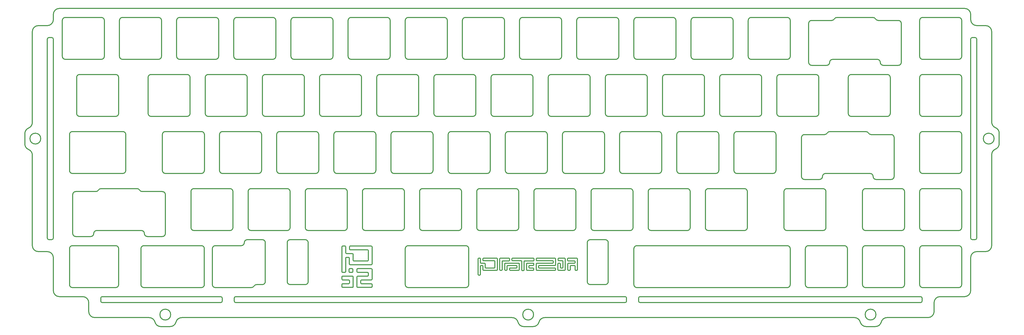
<source format=gbr>
%TF.GenerationSoftware,KiCad,Pcbnew,(5.1.9)-1*%
%TF.CreationDate,2021-02-08T20:19:01+01:00*%
%TF.ProjectId,P.02_ANSI,502e3032-5f41-44e5-9349-2e6b69636164,rev?*%
%TF.SameCoordinates,Original*%
%TF.FileFunction,Profile,NP*%
%FSLAX46Y46*%
G04 Gerber Fmt 4.6, Leading zero omitted, Abs format (unit mm)*
G04 Created by KiCad (PCBNEW (5.1.9)-1) date 2021-02-08 20:19:01*
%MOMM*%
%LPD*%
G01*
G04 APERTURE LIST*
%TA.AperFunction,Profile*%
%ADD10C,0.300000*%
%TD*%
G04 APERTURE END LIST*
D10*
X233487737Y-78486997D02*
X221487731Y-78486653D01*
X221487730Y-78486653D02*
G75*
G02*
X220487759Y-77486624I29J1000000D01*
G01*
X39513205Y-58431440D02*
X39513548Y-46431434D01*
X10937646Y-77480634D02*
X10937989Y-65480627D01*
X52513584Y-45431806D02*
G75*
G02*
X53513556Y-46431834I-28J-1000000D01*
G01*
X7268176Y-102580543D02*
G75*
G02*
X8134187Y-103080567I-28J-1000000D01*
G01*
X-4731830Y-102580199D02*
X7268176Y-102580542D01*
X233488137Y-64486989D02*
G75*
G02*
X234488110Y-65487018I-28J-1000001D01*
G01*
X39513548Y-46431433D02*
G75*
G02*
X40513577Y-45431462I1000000J-29D01*
G01*
X-13170292Y-118579966D02*
G75*
G02*
X-14170264Y-117579938I28J1000000D01*
G01*
X234487767Y-77487025D02*
G75*
G02*
X233487737Y-78486997I-1000001J29D01*
G01*
X62037645Y-78482095D02*
X50037638Y-78481752D01*
X63037673Y-77482123D02*
G75*
G02*
X62037645Y-78482095I-1000000J28D01*
G01*
X52513184Y-59431813D02*
X40513177Y-59431469D01*
X221488131Y-64486646D02*
X233488138Y-64486989D01*
X50038039Y-64481744D02*
X62038045Y-64482088D01*
X268112584Y-84537990D02*
G75*
G02*
X269112612Y-83538018I1000000J-28D01*
G01*
X49037666Y-77481723D02*
X49038009Y-65481716D01*
X-13169863Y-103579959D02*
X-6463911Y-103580150D01*
X24937996Y-65481027D02*
X24937653Y-77481034D01*
X16705752Y-117580821D02*
G75*
G02*
X15705723Y-118580792I-1000000J29D01*
G01*
X9000199Y-103580592D02*
X15706152Y-103580784D01*
X24937654Y-77481034D02*
G75*
G02*
X23937624Y-78481006I-1000001J29D01*
G01*
X220487759Y-77486624D02*
X220488102Y-65486618D01*
X63038017Y-65482117D02*
X63037674Y-77482123D01*
X53513556Y-46431834D02*
X53513213Y-58431841D01*
X269112612Y-83538018D02*
X281112619Y-83538361D01*
X15706152Y-103580785D02*
G75*
G02*
X16706124Y-104580813I-28J-1000000D01*
G01*
X-8170289Y-118580110D02*
X-13170292Y-118579967D01*
X62038045Y-64482087D02*
G75*
G02*
X63038017Y-65482117I-29J-1000001D01*
G01*
X8705777Y-116580591D02*
X-6170231Y-116580166D01*
X-5597871Y-103080174D02*
G75*
G02*
X-4731830Y-102580199I866012J-500026D01*
G01*
X-14169892Y-104579930D02*
G75*
G02*
X-13169863Y-103579959I1000000J-29D01*
G01*
X9000198Y-103580592D02*
G75*
G02*
X8134187Y-103080567I29J1000000D01*
G01*
X-5597871Y-103080175D02*
G75*
G02*
X-6463911Y-103580150I-866011J500025D01*
G01*
X-14170264Y-117579938D02*
X-14169892Y-104579931D01*
X50037638Y-78481753D02*
G75*
G02*
X49037666Y-77481723I29J1000001D01*
G01*
X11937618Y-78480662D02*
G75*
G02*
X10937646Y-77480634I28J1000000D01*
G01*
X40513176Y-59431469D02*
G75*
G02*
X39513205Y-58431440I29J1000000D01*
G01*
X40513577Y-45431462D02*
X52513585Y-45431805D01*
X268112240Y-96537996D02*
X268112583Y-84537990D01*
X11938018Y-64480655D02*
X23938025Y-64480998D01*
X-7170260Y-117580137D02*
G75*
G02*
X-6170231Y-116580166I1000000J-29D01*
G01*
X282112591Y-84538390D02*
X282112248Y-96538396D01*
X49038009Y-65481716D02*
G75*
G02*
X50038039Y-64481744I1000001J-29D01*
G01*
X10705720Y-118580649D02*
G75*
G02*
X9705749Y-117580620I29J1000000D01*
G01*
X10937988Y-65480627D02*
G75*
G02*
X11938018Y-64480655I1000001J-29D01*
G01*
X234488110Y-65487018D02*
X234487766Y-77487025D01*
X53513214Y-58431841D02*
G75*
G02*
X52513184Y-59431813I-1000001J29D01*
G01*
X15705723Y-118580792D02*
X10705721Y-118580649D01*
X8705776Y-116580591D02*
G75*
G02*
X9705749Y-117580620I-28J-1000001D01*
G01*
X16706124Y-104580813D02*
X16705753Y-117580820D01*
X-7170260Y-117580137D02*
G75*
G02*
X-8170289Y-118580110I-1000001J28D01*
G01*
X220488103Y-65486618D02*
G75*
G02*
X221488131Y-64486646I1000000J-28D01*
G01*
X281112619Y-83538360D02*
G75*
G02*
X282112591Y-84538390I-29J-1000001D01*
G01*
X23938024Y-64480999D02*
G75*
G02*
X24937996Y-65481027I-28J-1000000D01*
G01*
X23937624Y-78481006D02*
X11937618Y-78480663D01*
X69088049Y-64482289D02*
X81088055Y-64482632D01*
X262061119Y-135637844D02*
X250061112Y-135637501D01*
X263061491Y-122637866D02*
X263061148Y-134637872D01*
X249061141Y-134637472D02*
X249061484Y-122637466D01*
X91613577Y-46432923D02*
X91613234Y-58432930D01*
X2505818Y-97530404D02*
X-14256691Y-97529924D01*
X268111151Y-134638017D02*
X268111494Y-122638010D01*
X268111493Y-122638010D02*
G75*
G02*
X269111523Y-121638038I1000001J-29D01*
G01*
X81087655Y-78482640D02*
X69087649Y-78482297D01*
X68088019Y-65482261D02*
G75*
G02*
X69088049Y-64482289I1000001J-29D01*
G01*
X85849613Y-97532786D02*
X73849607Y-97532443D01*
X77613226Y-58432530D02*
X77613569Y-46432523D01*
X90613605Y-45432895D02*
G75*
G02*
X91613577Y-46432923I-28J-1000000D01*
G01*
X269111123Y-135638045D02*
G75*
G02*
X268111151Y-134638017I28J1000000D01*
G01*
X281111129Y-135638389D02*
X269111123Y-135638046D01*
X282111159Y-134638417D02*
G75*
G02*
X281111129Y-135638389I-1000001J29D01*
G01*
X282111501Y-122638410D02*
X282111158Y-134638417D01*
X269111523Y-121638038D02*
X281111529Y-121638381D01*
X78613199Y-59432559D02*
G75*
G02*
X77613226Y-58432530I28J1000001D01*
G01*
X64324056Y-116582181D02*
G75*
G02*
X63324085Y-115582152I29J1000000D01*
G01*
X90613205Y-59432902D02*
X78613198Y-59432559D01*
X78613599Y-45432551D02*
X90613605Y-45432894D01*
X2506219Y-83530396D02*
G75*
G02*
X3506190Y-84530425I-29J-1000000D01*
G01*
X82087685Y-77482668D02*
G75*
G02*
X81087655Y-78482640I-1000001J29D01*
G01*
X82088027Y-65482661D02*
X82087684Y-77482668D01*
X-14256291Y-83529917D02*
X2506218Y-83530396D01*
X72849978Y-84532407D02*
G75*
G02*
X73850007Y-83532436I1000000J-29D01*
G01*
X73850007Y-83532436D02*
X85850013Y-83532779D01*
X-14256691Y-97529925D02*
G75*
G02*
X-15256663Y-96529895I29J1000001D01*
G01*
X72849635Y-96532414D02*
X72849978Y-84532407D01*
X149049676Y-96534592D02*
X149050019Y-84534586D01*
X150050048Y-83534614D02*
X162050054Y-83534957D01*
X-15256319Y-84529889D02*
G75*
G02*
X-14256291Y-83529917I1000000J-28D01*
G01*
X63324429Y-103582146D02*
G75*
G02*
X64324457Y-102582174I1000000J-28D01*
G01*
X73849606Y-97532443D02*
G75*
G02*
X72849635Y-96532414I29J1000000D01*
G01*
X163049684Y-96534993D02*
G75*
G02*
X162049654Y-97534965I-1000001J29D01*
G01*
X250061112Y-135637501D02*
G75*
G02*
X249061141Y-134637472I29J1000000D01*
G01*
X-15256663Y-96529895D02*
X-15256320Y-84529889D01*
X262061520Y-121637837D02*
G75*
G02*
X263061491Y-122637866I-29J-1000000D01*
G01*
X281111529Y-121638382D02*
G75*
G02*
X282111501Y-122638410I-28J-1000000D01*
G01*
X91613234Y-58432929D02*
G75*
G02*
X90613205Y-59432902I-1000001J28D01*
G01*
X64324457Y-102582174D02*
X76324463Y-102582517D01*
X249061484Y-122637465D02*
G75*
G02*
X250061513Y-121637494I1000000J-29D01*
G01*
X162049654Y-97534965D02*
X150049648Y-97534621D01*
X86849642Y-96532815D02*
G75*
G02*
X85849613Y-97532786I-1000000J29D01*
G01*
X85850014Y-83532779D02*
G75*
G02*
X86849985Y-84532808I-29J-1000000D01*
G01*
X86849985Y-84532808D02*
X86849642Y-96532814D01*
X69087649Y-78482296D02*
G75*
G02*
X68087677Y-77482268I28J1000000D01*
G01*
X68087677Y-77482268D02*
X68088020Y-65482261D01*
X76324463Y-102582515D02*
G75*
G02*
X77324436Y-103582546I-29J-1000002D01*
G01*
X3506190Y-84530425D02*
X3505847Y-96530432D01*
X162050054Y-83534958D02*
G75*
G02*
X163050026Y-84534986I-28J-1000000D01*
G01*
X150049647Y-97534621D02*
G75*
G02*
X149049676Y-96534592I29J1000000D01*
G01*
X269112212Y-97538026D02*
G75*
G02*
X268112240Y-96537996I29J1000001D01*
G01*
X281112218Y-97538368D02*
X269112212Y-97538025D01*
X263061148Y-134637873D02*
G75*
G02*
X262061119Y-135637844I-1000000J29D01*
G01*
X250061513Y-121637494D02*
X262061519Y-121637837D01*
X3505848Y-96530432D02*
G75*
G02*
X2505818Y-97530404I-1000001J29D01*
G01*
X77613569Y-46432523D02*
G75*
G02*
X78613599Y-45432551I1000001J-29D01*
G01*
X163050026Y-84534986D02*
X163049683Y-96534993D01*
X149050019Y-84534585D02*
G75*
G02*
X150050048Y-83534614I1000000J-29D01*
G01*
X282112247Y-96538397D02*
G75*
G02*
X281112218Y-97538368I-1000000J29D01*
G01*
X63324085Y-115582152D02*
X63324428Y-103582145D01*
X81088055Y-64482633D02*
G75*
G02*
X82088027Y-65482661I-28J-1000000D01*
G01*
X251593953Y-97537524D02*
X236717944Y-97537099D01*
X57274453Y-102581973D02*
G75*
G02*
X58274425Y-103582001I-28J-1000000D01*
G01*
X238156346Y-83537133D02*
X250156352Y-83537476D01*
X45274447Y-102581629D02*
X57274453Y-102581972D01*
X44274418Y-103581600D02*
G75*
G02*
X45274447Y-102581629I1000000J-29D01*
G01*
X254270714Y-46437572D02*
G75*
G02*
X253404704Y-45937548I29J999999D01*
G01*
X260976240Y-61437773D02*
X255976237Y-61437630D01*
X44274075Y-115581607D02*
X44274418Y-103581601D01*
X258594328Y-84537717D02*
G75*
G02*
X259594300Y-85537747I-29J-1000001D01*
G01*
X258593899Y-99537726D02*
X253593896Y-99537583D01*
X232100225Y-61436948D02*
G75*
G02*
X231100252Y-60436919I28J1000001D01*
G01*
X239672645Y-45937156D02*
G75*
G02*
X238806605Y-46437131I-866011J500025D01*
G01*
X253976293Y-59437571D02*
G75*
G02*
X254976265Y-60437601I-29J-1000001D01*
G01*
X238100256Y-60437118D02*
G75*
G02*
X239100285Y-59437147I1000000J-29D01*
G01*
X260976668Y-46437766D02*
G75*
G02*
X261976640Y-47437794I-28J-1000000D01*
G01*
X231100624Y-47436911D02*
G75*
G02*
X232100653Y-46436940I1000000J-29D01*
G01*
X45274046Y-116581636D02*
G75*
G02*
X44274075Y-115581607I29J1000000D01*
G01*
X228718283Y-85536865D02*
G75*
G02*
X229718312Y-84536892I1000001J-28D01*
G01*
X123950034Y-83533867D02*
G75*
G02*
X124950006Y-84533897I-29J-1000001D01*
G01*
X235717915Y-98537072D02*
G75*
G02*
X236717944Y-97537099I1000001J-28D01*
G01*
X253593897Y-99537583D02*
G75*
G02*
X252593924Y-98537554I28J1000001D01*
G01*
X252538692Y-45437523D02*
G75*
G02*
X253404704Y-45937548I-28J-1000001D01*
G01*
X261976268Y-60437801D02*
G75*
G02*
X260976240Y-61437773I-1000000J28D01*
G01*
X57274053Y-116581980D02*
X45274047Y-116581636D01*
X237100227Y-61437091D02*
X232100224Y-61436948D01*
X232100653Y-46436940D02*
X238806605Y-46437131D01*
X124949662Y-96533903D02*
G75*
G02*
X123949634Y-97533875I-1000000J28D01*
G01*
X259594300Y-85537747D02*
X259593928Y-98537754D01*
X238100256Y-60437118D02*
G75*
G02*
X237100227Y-61437091I-1000001J28D01*
G01*
X123949634Y-97533875D02*
X111949627Y-97533532D01*
X251593953Y-97537525D02*
G75*
G02*
X252593924Y-98537554I-29J-1000000D01*
G01*
X111949627Y-97533533D02*
G75*
G02*
X110949655Y-96533503I29J1000001D01*
G01*
X251888375Y-84537526D02*
G75*
G02*
X251022363Y-84037501I28J1000001D01*
G01*
X231100252Y-60436919D02*
X231100624Y-47436912D01*
X29987656Y-77481178D02*
X29987999Y-65481172D01*
X58274083Y-115582008D02*
G75*
G02*
X57274053Y-116581980I-1000001J29D01*
G01*
X110949655Y-96533503D02*
X110949998Y-84533497D01*
X234717886Y-99537043D02*
X229717884Y-99536900D01*
X251888374Y-84537525D02*
X258594328Y-84537718D01*
X237290306Y-84037108D02*
G75*
G02*
X238156346Y-83537133I866011J-500025D01*
G01*
X228717912Y-98536871D02*
X228718283Y-85536864D01*
X259593929Y-98537754D02*
G75*
G02*
X258593899Y-99537726I-1000001J29D01*
G01*
X255976237Y-61437631D02*
G75*
G02*
X254976265Y-60437601I29J1000001D01*
G01*
X110949999Y-84533497D02*
G75*
G02*
X111950027Y-83533525I1000000J-28D01*
G01*
X111950027Y-83533525D02*
X123950034Y-83533868D01*
X254270715Y-46437573D02*
X260976668Y-46437765D01*
X235717915Y-98537072D02*
G75*
G02*
X234717886Y-99537043I-1000000J29D01*
G01*
X261976640Y-47437794D02*
X261976269Y-60437801D01*
X58274425Y-103582001D02*
X58274082Y-115582008D01*
X124950006Y-84533897D02*
X124949663Y-96533903D01*
X250156352Y-83537476D02*
G75*
G02*
X251022363Y-84037501I-29J-1000000D01*
G01*
X240538686Y-45437180D02*
X252538692Y-45437524D01*
X237290306Y-84037109D02*
G75*
G02*
X236424265Y-84537084I-866012J500026D01*
G01*
X229718312Y-84536892D02*
X236424265Y-84537084D01*
X239672645Y-45937155D02*
G75*
G02*
X240538686Y-45437180I866012J-500026D01*
G01*
X253976293Y-59437572D02*
X239100285Y-59437147D01*
X43987664Y-77481578D02*
G75*
G02*
X42987635Y-78481551I-1000001J28D01*
G01*
X30987628Y-78481208D02*
G75*
G02*
X29987656Y-77481178I29J1000001D01*
G01*
X42987635Y-78481551D02*
X30987628Y-78481207D01*
X263062036Y-103587856D02*
X263061693Y-115587862D01*
X210674164Y-115586365D02*
G75*
G02*
X209674135Y-116586336I-1000000J29D01*
G01*
X196674157Y-115585964D02*
X196674500Y-103585958D01*
X282113135Y-65488380D02*
X282112792Y-77488386D01*
X145287689Y-78484475D02*
G75*
G02*
X144287718Y-77484446I29J1000000D01*
G01*
X223961499Y-121636747D02*
G75*
G02*
X224961471Y-122636777I-29J-1000001D01*
G01*
X173861472Y-121635315D02*
X223961499Y-121636748D01*
X224963649Y-46436736D02*
X224963306Y-58436742D01*
X223963677Y-45436706D02*
G75*
G02*
X224963649Y-46436736I-29J-1000001D01*
G01*
X157287696Y-78484818D02*
X145287690Y-78484475D01*
X281113164Y-64488351D02*
G75*
G02*
X282113135Y-65488380I-29J-1000000D01*
G01*
X209674536Y-102586329D02*
G75*
G02*
X210674507Y-103586358I-29J-1000000D01*
G01*
X210963298Y-58436342D02*
X210963641Y-46436335D01*
X262061664Y-116587834D02*
X250061657Y-116587491D01*
X281112763Y-78488358D02*
X269112757Y-78488015D01*
X196674500Y-103585957D02*
G75*
G02*
X197674529Y-102585986I1000000J-29D01*
G01*
X211963271Y-59436371D02*
G75*
G02*
X210963298Y-58436342I28J1000001D01*
G01*
X210963641Y-46436335D02*
G75*
G02*
X211963671Y-45436363I1000001J-29D01*
G01*
X269112757Y-78488014D02*
G75*
G02*
X268112785Y-77487986I28J1000000D01*
G01*
X269113157Y-64488007D02*
X281113163Y-64488350D01*
X172861442Y-122635287D02*
G75*
G02*
X173861472Y-121635315I1000001J-29D01*
G01*
X158287725Y-77484847D02*
G75*
G02*
X157287696Y-78484818I-1000000J29D01*
G01*
X173861072Y-135635323D02*
G75*
G02*
X172861099Y-134635294I28J1000001D01*
G01*
X211963671Y-45436363D02*
X223963677Y-45436706D01*
X224963306Y-58436741D02*
G75*
G02*
X223963277Y-59436714I-1000001J28D01*
G01*
X144288061Y-65484439D02*
G75*
G02*
X145288090Y-64484468I1000000J-29D01*
G01*
X250061658Y-116587491D02*
G75*
G02*
X249061685Y-115587462I28J1000001D01*
G01*
X145288090Y-64484468D02*
X157288096Y-64484811D01*
X88137659Y-78482842D02*
G75*
G02*
X87137687Y-77482812I29J1000001D01*
G01*
X100137665Y-78483184D02*
X88137659Y-78482841D01*
X210674507Y-103586358D02*
X210674164Y-115586364D01*
X223963277Y-59436714D02*
X211963270Y-59436371D01*
X144287718Y-77484446D02*
X144288061Y-65484439D01*
X197674128Y-116585993D02*
G75*
G02*
X196674157Y-115585964I29J1000000D01*
G01*
X282112793Y-77488386D02*
G75*
G02*
X281112763Y-78488358I-1000001J29D01*
G01*
X224961471Y-122636777D02*
X224961128Y-134636783D01*
X268113127Y-65487979D02*
G75*
G02*
X269113157Y-64488007I1000001J-29D01*
G01*
X101137694Y-77483213D02*
G75*
G02*
X100137665Y-78483184I-1000000J29D01*
G01*
X263061693Y-115587861D02*
G75*
G02*
X262061664Y-116587834I-1000001J28D01*
G01*
X209674135Y-116586336D02*
X197674129Y-116585993D01*
X223961098Y-135636755D02*
X173861071Y-135635323D01*
X157288097Y-64484811D02*
G75*
G02*
X158288068Y-65484840I-29J-1000000D01*
G01*
X262062064Y-102587826D02*
G75*
G02*
X263062036Y-103587856I-29J-1000001D01*
G01*
X197674529Y-102585986D02*
X209674536Y-102586329D01*
X250062057Y-102587483D02*
X262062064Y-102587826D01*
X172861099Y-134635294D02*
X172861442Y-122635287D01*
X224961127Y-134636784D02*
G75*
G02*
X223961098Y-135636755I-1000000J29D01*
G01*
X249062028Y-103587456D02*
G75*
G02*
X250062057Y-102587483I1000001J-28D01*
G01*
X158288068Y-65484840D02*
X158287725Y-77484846D01*
X268112785Y-77487986D02*
X268113128Y-65487979D01*
X249061685Y-115587462D02*
X249062028Y-103587455D01*
X33367245Y-135631306D02*
G75*
G02*
X32367274Y-134631277I29J1000000D01*
G01*
X172863278Y-58435253D02*
X172863621Y-46435246D01*
X185863256Y-59435625D02*
X173863250Y-59435282D01*
X186863286Y-58435653D02*
G75*
G02*
X185863256Y-59435625I-1000001J29D01*
G01*
X191913632Y-46435791D02*
G75*
G02*
X192913660Y-45435819I1000000J-28D01*
G01*
X123878Y-121630348D02*
G75*
G02*
X1123850Y-122630378I-29J-1000001D01*
G01*
X223868293Y-102586735D02*
X235868300Y-102587078D01*
X235867899Y-116587085D02*
X223867893Y-116586742D01*
X196388089Y-65485929D02*
X196387746Y-77485935D01*
X183388111Y-64485557D02*
X195388117Y-64485900D01*
X1123507Y-134630383D02*
G75*
G02*
X123478Y-135630356I-1000001J28D01*
G01*
X129713255Y-58434019D02*
G75*
G02*
X128713225Y-59433991I-1000001J29D01*
G01*
X214438127Y-64486445D02*
G75*
G02*
X215438099Y-65486473I-28J-1000000D01*
G01*
X202438121Y-64486101D02*
X214438127Y-64486444D01*
X201438091Y-65486073D02*
G75*
G02*
X202438121Y-64486101I1000001J-29D01*
G01*
X201437749Y-77486080D02*
X201438092Y-65486073D01*
X77324091Y-115582553D02*
G75*
G02*
X76324062Y-116582524I-1000000J29D01*
G01*
X202437721Y-78486108D02*
G75*
G02*
X201437749Y-77486080I28J1000000D01*
G01*
X214437727Y-78486452D02*
X202437721Y-78486109D01*
X129713598Y-46434013D02*
X129713255Y-58434019D01*
X46233292Y-135131674D02*
G75*
G02*
X45367252Y-135631649I-866011J500025D01*
G01*
X204913267Y-59436169D02*
X192913260Y-59435826D01*
X115713247Y-58433619D02*
X115713590Y-46433612D01*
X215437757Y-77486480D02*
G75*
G02*
X214437727Y-78486452I-1000001J29D01*
G01*
X196387745Y-77485935D02*
G75*
G02*
X195387717Y-78485907I-1000000J28D01*
G01*
X183387710Y-78485565D02*
G75*
G02*
X182387738Y-77485535I29J1000001D01*
G01*
X215438099Y-65486473D02*
X215437756Y-77486480D01*
X172863620Y-46435246D02*
G75*
G02*
X173863650Y-45435274I1000001J-29D01*
G01*
X128713626Y-45433983D02*
G75*
G02*
X129713598Y-46434013I-29J-1000001D01*
G01*
X46233291Y-135131673D02*
G75*
G02*
X47099332Y-134631698I866012J-500026D01*
G01*
X205913639Y-46436191D02*
X205913296Y-58436197D01*
X1123850Y-122630378D02*
X1123507Y-134630384D01*
X43011429Y-120631574D02*
G75*
G02*
X44011459Y-119631602I1000001J-29D01*
G01*
X33367646Y-121631299D02*
X42011400Y-121631546D01*
X222868265Y-103586707D02*
G75*
G02*
X223868293Y-102586735I1000000J-28D01*
G01*
X192913660Y-45435819D02*
X204913667Y-45436162D01*
X-14257780Y-135629944D02*
G75*
G02*
X-15257752Y-134629916I28J1000000D01*
G01*
X222867921Y-115586713D02*
X222868264Y-103586707D01*
X192913260Y-59435827D02*
G75*
G02*
X191913288Y-58435797I29J1000001D01*
G01*
X195388117Y-64485899D02*
G75*
G02*
X196388089Y-65485929I-29J-1000001D01*
G01*
X-14257380Y-121629937D02*
X123878Y-121630348D01*
X116713619Y-45433640D02*
X128713626Y-45433983D01*
X-15257752Y-134629916D02*
X-15257409Y-122629909D01*
X123478Y-135630356D02*
X-14257780Y-135629945D01*
X235868300Y-102587077D02*
G75*
G02*
X236868272Y-103587107I-29J-1000001D01*
G01*
X115713590Y-46433613D02*
G75*
G02*
X116713619Y-45433640I1000001J-28D01*
G01*
X182388082Y-65485528D02*
G75*
G02*
X183388111Y-64485557I1000000J-29D01*
G01*
X236867928Y-115587114D02*
G75*
G02*
X235867899Y-116587085I-1000000J29D01*
G01*
X173863250Y-59435281D02*
G75*
G02*
X172863278Y-58435253I28J1000000D01*
G01*
X204913667Y-45436161D02*
G75*
G02*
X205913639Y-46436191I-29J-1000001D01*
G01*
X76324062Y-116582524D02*
X64324057Y-116582181D01*
X185863656Y-45435618D02*
G75*
G02*
X186863628Y-46435646I-28J-1000000D01*
G01*
X-15257409Y-122629910D02*
G75*
G02*
X-14257380Y-121629937I1000001J-28D01*
G01*
X205913295Y-58436197D02*
G75*
G02*
X204913267Y-59436169I-1000000J28D01*
G01*
X182387738Y-77485535D02*
X182388081Y-65485529D01*
X223867893Y-116586743D02*
G75*
G02*
X222867921Y-115586713I29J1000001D01*
G01*
X77324436Y-103582546D02*
X77324091Y-115582552D01*
X195387717Y-78485907D02*
X183387710Y-78485564D01*
X236868272Y-103587107D02*
X236867929Y-115587113D01*
X173863650Y-45435274D02*
X185863656Y-45435617D01*
X191913288Y-58435797D02*
X191913631Y-46435791D01*
X128713225Y-59433991D02*
X116713219Y-59433648D01*
X186863628Y-46435646D02*
X186863285Y-58435653D01*
X116713220Y-59433648D02*
G75*
G02*
X115713247Y-58433619I28J1000001D01*
G01*
X29699611Y-96531181D02*
G75*
G02*
X28699582Y-97531152I-1000000J29D01*
G01*
X269113701Y-45437997D02*
X281113708Y-45438340D01*
X268113329Y-58437976D02*
X268113672Y-46437969D01*
X282113680Y-46438369D02*
X282113337Y-58438376D01*
X152524104Y-116584703D02*
X140524098Y-116584359D01*
X268113672Y-46437970D02*
G75*
G02*
X269113701Y-45437997I1000001J-28D01*
G01*
X28699582Y-97531152D02*
X16699576Y-97530809D01*
X43011430Y-120631574D02*
G75*
G02*
X42011400Y-121631546I-1000001J29D01*
G01*
X121474088Y-116583814D02*
G75*
G02*
X120474116Y-115583786I28J1000000D01*
G01*
X29699954Y-84531174D02*
X29699611Y-96531180D01*
X28699983Y-83531145D02*
G75*
G02*
X29699954Y-84531174I-29J-1000000D01*
G01*
X282113337Y-58438375D02*
G75*
G02*
X281113308Y-59438348I-1000001J28D01*
G01*
X133474494Y-102584151D02*
G75*
G02*
X134474466Y-103584179I-28J-1000000D01*
G01*
X16699976Y-83530802D02*
X28699982Y-83531145D01*
X15699947Y-84530773D02*
G75*
G02*
X16699976Y-83530802I1000000J-29D01*
G01*
X115424456Y-103583635D02*
X115424113Y-115583641D01*
X15699604Y-96530780D02*
X15699947Y-84530774D01*
X71563195Y-59432357D02*
X59563188Y-59432014D01*
X16699575Y-97530809D02*
G75*
G02*
X15699604Y-96530780I29J1000000D01*
G01*
X281113308Y-59438348D02*
X269113301Y-59438005D01*
X153524477Y-103584724D02*
X153524134Y-115584731D01*
X49011462Y-119631745D02*
G75*
G02*
X50011433Y-120631774I-29J-1000000D01*
G01*
X49011033Y-134631753D02*
X47099332Y-134631698D01*
X152524504Y-102584695D02*
G75*
G02*
X153524477Y-103584724I-28J-1000001D01*
G01*
X140524498Y-102584352D02*
X152524505Y-102584695D01*
X115424112Y-115583641D02*
G75*
G02*
X114424084Y-116583613I-1000000J28D01*
G01*
X102424478Y-102583263D02*
X114424484Y-102583606D01*
X101424105Y-115583241D02*
X101424449Y-103583235D01*
X72563223Y-58432385D02*
G75*
G02*
X71563195Y-59432357I-1000000J28D01*
G01*
X121474488Y-102583807D02*
X133474494Y-102584150D01*
X32367617Y-122631270D02*
G75*
G02*
X33367646Y-121631299I1000000J-29D01*
G01*
X50011061Y-133631781D02*
G75*
G02*
X49011033Y-134631753I-1000000J28D01*
G01*
X133474094Y-116584158D02*
X121474088Y-116583815D01*
X140524098Y-116584360D02*
G75*
G02*
X139524126Y-115584330I29J1000001D01*
G01*
X282112046Y-103588400D02*
X282111703Y-115588407D01*
X269112068Y-102588028D02*
X281112074Y-102588371D01*
X268111695Y-115588006D02*
X268112038Y-103588000D01*
X59563588Y-45432007D02*
X71563595Y-45432350D01*
X44011459Y-119631602D02*
X49011461Y-119631745D01*
X58563216Y-58431985D02*
X58563559Y-46431978D01*
X120474116Y-115583786D02*
X120474459Y-103583779D01*
X50011433Y-120631774D02*
X50011062Y-133631781D01*
X32367274Y-134631277D02*
X32367617Y-122631271D01*
X269113302Y-59438005D02*
G75*
G02*
X268113329Y-58437976I28J1000001D01*
G01*
X153524134Y-115584731D02*
G75*
G02*
X152524104Y-116584703I-1000001J29D01*
G01*
X281113707Y-45438340D02*
G75*
G02*
X282113680Y-46438369I-28J-1000001D01*
G01*
X72563567Y-46432379D02*
X72563224Y-58432385D01*
X45367252Y-135631649D02*
X33367246Y-135631306D01*
X139524470Y-103584324D02*
G75*
G02*
X140524498Y-102584352I1000000J-28D01*
G01*
X58563560Y-46431979D02*
G75*
G02*
X59563588Y-45432007I1000000J-28D01*
G01*
X134474466Y-103584179D02*
X134474123Y-115584186D01*
X114424084Y-116583613D02*
X102424077Y-116583270D01*
X139524126Y-115584330D02*
X139524469Y-103584324D01*
X120474458Y-103583779D02*
G75*
G02*
X121474488Y-102583807I1000001J-29D01*
G01*
X71563595Y-45432349D02*
G75*
G02*
X72563567Y-46432379I-29J-1000001D01*
G01*
X268112038Y-103588000D02*
G75*
G02*
X269112068Y-102588028I1000001J-29D01*
G01*
X101424449Y-103583234D02*
G75*
G02*
X102424478Y-102583263I1000000J-29D01*
G01*
X282111703Y-115588406D02*
G75*
G02*
X281111674Y-116588379I-1000001J28D01*
G01*
X281112073Y-102588371D02*
G75*
G02*
X282112046Y-103588400I-28J-1000001D01*
G01*
X114424485Y-102583606D02*
G75*
G02*
X115424456Y-103583635I-29J-1000000D01*
G01*
X269111667Y-116588036D02*
G75*
G02*
X268111695Y-115588006I29J1000001D01*
G01*
X59563188Y-59432015D02*
G75*
G02*
X58563216Y-58431985I29J1000001D01*
G01*
X281111674Y-116588379D02*
X269111667Y-116588036D01*
X102424077Y-116583271D02*
G75*
G02*
X101424105Y-115583241I29J1000001D01*
G01*
X1413185Y-58430351D02*
X1413528Y-46430345D01*
X158311092Y-134634877D02*
G75*
G02*
X157311120Y-133634849I28J1000000D01*
G01*
X157311492Y-120634842D02*
G75*
G02*
X158311520Y-119634870I1000000J-28D01*
G01*
X163311523Y-119635013D02*
X158311520Y-119634870D01*
X116805190Y-121633684D02*
G75*
G02*
X117805163Y-122633713I-28J-1000001D01*
G01*
X172574487Y-103585269D02*
X172574144Y-115585275D01*
X292914942Y-85890880D02*
G75*
G03*
X292914942Y-85890880I-1800000J0D01*
G01*
X40158805Y-138643048D02*
X169912399Y-138643048D01*
X116804791Y-135633692D02*
X97661030Y-135633144D01*
X96374103Y-115583096D02*
G75*
G02*
X95374074Y-116583069I-1000001J28D01*
G01*
X83374068Y-116582726D02*
G75*
G02*
X82374095Y-115582697I28J1000001D01*
G01*
X171574115Y-116585247D02*
X159574108Y-116584904D01*
X134474124Y-115584186D02*
G75*
G02*
X133474094Y-116584158I-1000001J29D01*
G01*
X154813239Y-59434737D02*
G75*
G02*
X153813268Y-58434708I29J1000000D01*
G01*
X166813246Y-59435080D02*
X154813240Y-59434737D01*
X167813275Y-58435109D02*
G75*
G02*
X166813246Y-59435080I-1000000J29D01*
G01*
X153813268Y-58434708D02*
X153813611Y-46434701D01*
X167813618Y-46435102D02*
X167813275Y-58435108D01*
X166813647Y-45435073D02*
G75*
G02*
X167813618Y-46435102I-29J-1000000D01*
G01*
X96661402Y-122633109D02*
G75*
G02*
X97661430Y-121633137I1000000J-28D01*
G01*
X-24837901Y-85890880D02*
G75*
G03*
X-24837901Y-85890880I-1800000J0D01*
G01*
X14413564Y-45430715D02*
G75*
G02*
X15413536Y-46430745I-29J-1000001D01*
G01*
X285113274Y-52666673D02*
G75*
G02*
X285613274Y-52166687I500000J-14D01*
G01*
X154813640Y-45434730D02*
X166813646Y-45435073D01*
X82374095Y-115582697D02*
X82374438Y-103582690D01*
X83374467Y-102582718D02*
X95374474Y-102583061D01*
X97661430Y-121633137D02*
X116805191Y-121633684D01*
X170412399Y-139143048D02*
X170412399Y-140148939D01*
X96661058Y-134633115D02*
X96661401Y-122633109D01*
X40158805Y-140648939D02*
G75*
G02*
X39658805Y-140148939I0J500000D01*
G01*
X97661030Y-135633145D02*
G75*
G02*
X96661058Y-134633115I29J1000001D01*
G01*
X95374473Y-102583061D02*
G75*
G02*
X96374446Y-103583090I-28J-1000001D01*
G01*
X172574143Y-115585275D02*
G75*
G02*
X171574115Y-116585247I-1000000J28D01*
G01*
X2413157Y-59430381D02*
G75*
G02*
X1413185Y-58430351I29J1000001D01*
G01*
X139413735Y-144649835D02*
G75*
G03*
X139413735Y-144649835I-1800000J0D01*
G01*
X117805163Y-122633713D02*
X117804820Y-134633720D01*
X158574136Y-115584875D02*
X158574479Y-103584868D01*
X253535644Y-144642812D02*
G75*
G03*
X253535644Y-144642812I-1800000J0D01*
G01*
X15413536Y-46430745D02*
X15413193Y-58430751D01*
X95374074Y-116583069D02*
X83374067Y-116582726D01*
X171574515Y-102585239D02*
G75*
G02*
X172574487Y-103585269I-29J-1000001D01*
G01*
X164311124Y-133635049D02*
G75*
G02*
X163311094Y-134635021I-1000001J29D01*
G01*
X158574480Y-103584868D02*
G75*
G02*
X159574509Y-102584897I1000000J-29D01*
G01*
X159574108Y-116584905D02*
G75*
G02*
X158574136Y-115584875I29J1000001D01*
G01*
X18471996Y-144650730D02*
G75*
G03*
X18471996Y-144650730I-1800000J0D01*
G01*
X158311092Y-134634878D02*
X163311094Y-134635021D01*
X96374446Y-103583090D02*
X96374103Y-115583097D01*
X39658805Y-139143048D02*
G75*
G02*
X40158805Y-138643048I500000J0D01*
G01*
X157311491Y-120634842D02*
X157311120Y-133634849D01*
X117804820Y-134633719D02*
G75*
G02*
X116804791Y-135633692I-1000001J28D01*
G01*
X1413529Y-46430344D02*
G75*
G02*
X2413558Y-45430373I1000000J-29D01*
G01*
X169912399Y-140648939D02*
X40158805Y-140648939D01*
X159574509Y-102584897D02*
X171574515Y-102585240D01*
X2413558Y-45430373D02*
X14413564Y-45430716D01*
X14413164Y-59430723D02*
X2413157Y-59430380D01*
X169912399Y-138643048D02*
G75*
G02*
X170412399Y-139143048I0J-500000D01*
G01*
X164311123Y-133635049D02*
X164311495Y-120635042D01*
X82374438Y-103582691D02*
G75*
G02*
X83374467Y-102582718I1000001J-28D01*
G01*
X39658805Y-140148939D02*
X39658805Y-139143048D01*
X170412399Y-140148939D02*
G75*
G02*
X169912399Y-140648939I-500000J0D01*
G01*
X153813611Y-46434701D02*
G75*
G02*
X154813640Y-45434730I1000000J-29D01*
G01*
X15413192Y-58430751D02*
G75*
G02*
X14413164Y-59430723I-1000000J28D01*
G01*
X163311524Y-119635013D02*
G75*
G02*
X164311495Y-120635042I-29J-1000000D01*
G01*
X285111375Y-119115058D02*
X285113274Y-52666673D01*
X-4340419Y-138650535D02*
X35158896Y-138648822D01*
X35158896Y-138648822D02*
G75*
G02*
X35658918Y-139148822I22J-500000D01*
G01*
X-22637901Y-52666687D02*
G75*
G02*
X-22137901Y-52166687I500000J0D01*
G01*
X-20638718Y-119115086D02*
G75*
G02*
X-21138718Y-119615072I-500000J14D01*
G01*
X58304788Y-134632018D02*
G75*
G02*
X57304816Y-133631990I28J1000000D01*
G01*
X-22137901Y-52166687D02*
X-21136818Y-52166687D01*
X285611375Y-119615072D02*
G75*
G02*
X285111375Y-119115058I0J500000D01*
G01*
X141109724Y-128443617D02*
G75*
G02*
X141267509Y-128275975I167642J290D01*
G01*
X286614942Y-119615072D02*
X285611375Y-119615072D01*
X287114942Y-119115072D02*
G75*
G02*
X286614942Y-119615072I-500000J0D01*
G01*
X287114942Y-52666687D02*
X287114942Y-119115072D01*
X-21138718Y-119615072D02*
X-22137901Y-119615072D01*
X131238513Y-125850082D02*
G75*
G02*
X131406154Y-126007864I288J-167643D01*
G01*
X286614942Y-52166687D02*
G75*
G02*
X287114942Y-52666687I0J-500000D01*
G01*
X285613274Y-52166687D02*
X286614942Y-52166687D01*
X140458878Y-129893236D02*
X146612359Y-129893236D01*
X-4840398Y-139150534D02*
G75*
G02*
X-4340419Y-138650535I500000J-1D01*
G01*
X128329413Y-129893236D02*
G75*
G02*
X128161772Y-129725593I9604J177245D01*
G01*
X-4840398Y-140150730D02*
X-4840398Y-139150535D01*
X-4340398Y-140650730D02*
G75*
G02*
X-4840398Y-140150730I0J500000D01*
G01*
X146770145Y-128118194D02*
G75*
G02*
X146612359Y-128275975I-157782J1D01*
G01*
X35158918Y-140650730D02*
X-4340398Y-140650730D01*
X35658918Y-140150730D02*
G75*
G02*
X35158918Y-140650730I-500000J0D01*
G01*
X141267509Y-128275975D02*
X146612359Y-128275975D01*
X-21136817Y-52166687D02*
G75*
G02*
X-20636818Y-52666702I-1J-500000D01*
G01*
X64305191Y-120632183D02*
X64304819Y-133632190D01*
X140301093Y-127634986D02*
X140301093Y-129735454D01*
X145803728Y-127467343D02*
X140458878Y-127467343D01*
X146770145Y-129735455D02*
G75*
G02*
X146612359Y-129893236I-157782J1D01*
G01*
X128792898Y-129893236D02*
X128329414Y-129893236D01*
X146612358Y-129084605D02*
G75*
G02*
X146770144Y-129252248I-9857J-167353D01*
G01*
X141267509Y-129084605D02*
G75*
G02*
X141109723Y-128926824I-4J157782D01*
G01*
X-22137901Y-119615072D02*
G75*
G02*
X-22637901Y-119115072I0J500000D01*
G01*
X63305220Y-119632154D02*
G75*
G02*
X64305191Y-120632183I-29J-1000000D01*
G01*
X140458877Y-126658712D02*
G75*
G02*
X140301093Y-126500931I-3J157781D01*
G01*
X140301093Y-126017726D02*
G75*
G02*
X140458878Y-125850082I167643J291D01*
G01*
X146612358Y-125850082D02*
G75*
G02*
X146770144Y-126017725I-9857J-167353D01*
G01*
X128950680Y-126816495D02*
G75*
G02*
X129138044Y-126708020I157819J-56544D01*
G01*
X57304816Y-133631990D02*
X57305187Y-120631983D01*
X141109723Y-128926824D02*
X141109723Y-128443618D01*
X131406155Y-126540377D02*
G75*
G02*
X131238513Y-126708020I-177245J9602D01*
G01*
X146770144Y-129735454D02*
X146770144Y-129252248D01*
X146612359Y-129084605D02*
X141267509Y-129084605D01*
X35658918Y-139148822D02*
X35658918Y-140150730D01*
X63304790Y-134632162D02*
X58304788Y-134632019D01*
X-22637901Y-119115072D02*
X-22637901Y-52666687D01*
X128950680Y-129725593D02*
G75*
G02*
X128792898Y-129893236I-167643J-290D01*
G01*
X-20636818Y-52666702D02*
X-20638718Y-119115086D01*
X58305216Y-119632011D02*
X63305219Y-119632154D01*
X131238513Y-126708020D02*
X129138044Y-126708020D01*
X131406154Y-126007864D02*
X131406154Y-126540377D01*
X145961514Y-126826356D02*
X145961514Y-127309562D01*
X57305188Y-120631983D02*
G75*
G02*
X58305216Y-119632011I1000000J-28D01*
G01*
X64304820Y-133632190D02*
G75*
G02*
X63304790Y-134632162I-1000001J29D01*
G01*
X128950680Y-126816495D02*
X128950680Y-129725592D01*
X146612359Y-125850082D02*
X140458878Y-125850082D01*
X140301093Y-127634987D02*
G75*
G02*
X140458878Y-127467343I167643J291D01*
G01*
X140458878Y-126658713D02*
X145803728Y-126658713D01*
X140301093Y-126017725D02*
X140301093Y-126500931D01*
X140458877Y-129893235D02*
G75*
G02*
X140301093Y-129735454I-3J157781D01*
G01*
X146770144Y-128118193D02*
X146770144Y-126017725D01*
X128161772Y-129725593D02*
X128161772Y-126007864D01*
X145803728Y-126658713D02*
G75*
G02*
X145961514Y-126826356I-9857J-167353D01*
G01*
X145961513Y-127309563D02*
G75*
G02*
X145803728Y-127467343I-157781J1D01*
G01*
X133841909Y-128433756D02*
X133841909Y-128916962D01*
X79052244Y-131816199D02*
G75*
G02*
X79308640Y-132062733I190J-256396D01*
G01*
X79308640Y-135336702D02*
X79308640Y-132062733D01*
X78046386Y-134084310D02*
G75*
G02*
X77799853Y-134330843I-246533J0D01*
G01*
X134473039Y-127467343D02*
G75*
G02*
X134640680Y-127625125I288J-167643D01*
G01*
X76774273Y-130307412D02*
X76774273Y-125790914D01*
X78046387Y-133315124D02*
X78046387Y-134084310D01*
X129946675Y-129893236D02*
X130429882Y-129893236D01*
X131396298Y-129242386D02*
X131396298Y-129725592D01*
X133674268Y-128275974D02*
G75*
G02*
X133841909Y-128433756I288J-167643D01*
G01*
X84328067Y-123266408D02*
X84328067Y-126520654D01*
X129946674Y-129893237D02*
G75*
G02*
X129779033Y-129725593I9604J177245D01*
G01*
X134640680Y-129725592D02*
X134640680Y-127625125D01*
X79308639Y-135336701D02*
G75*
G02*
X79052245Y-135583235I-256205J9861D01*
G01*
X75788137Y-135583235D02*
G75*
G02*
X75541604Y-135346563I-197J246533D01*
G01*
X75741703Y-133069612D02*
G75*
G02*
X75541604Y-132869612I-99J200000D01*
G01*
X77799853Y-133068590D02*
G75*
G02*
X78046387Y-133315124I0J-246534D01*
G01*
X75741703Y-133069612D02*
X77799853Y-133068591D01*
X75541604Y-132062733D02*
X75541604Y-132869612D01*
X130587663Y-129725594D02*
G75*
G02*
X130429882Y-129893236I-167642J-290D01*
G01*
X129779033Y-127625125D02*
X129779033Y-129725593D01*
X129779034Y-127625124D02*
G75*
G02*
X129946675Y-127467344I167352J-9862D01*
G01*
X130587664Y-128433756D02*
G75*
G02*
X130765168Y-128275975I167370J-9555D01*
G01*
X134640680Y-129725593D02*
G75*
G02*
X134473038Y-129893236I-177245J9602D01*
G01*
X131396298Y-129242387D02*
G75*
G02*
X131563939Y-129084605I167353J-9861D01*
G01*
X78026664Y-125790914D02*
X78026664Y-127763184D01*
X78046387Y-121977344D02*
G75*
G02*
X78246387Y-121777344I200000J0D01*
G01*
X78046387Y-121977344D02*
X78046387Y-122763479D01*
X76774273Y-125790913D02*
G75*
G02*
X77030668Y-125544380I256205J-9862D01*
G01*
X133674268Y-129084605D02*
X131563939Y-129084605D01*
X79308640Y-126520653D02*
X79308640Y-124548383D01*
X79052245Y-124291988D02*
X77079975Y-124291988D01*
X77780131Y-125544381D02*
G75*
G02*
X78026664Y-125790914I0J-246533D01*
G01*
X76623580Y-121777344D02*
X75788138Y-121777344D01*
X84328067Y-126520654D02*
G75*
G02*
X84071672Y-126777049I-256395J0D01*
G01*
X76623580Y-121777344D02*
G75*
G02*
X76823580Y-121977344I0J-200000D01*
G01*
X75541605Y-132062733D02*
G75*
G02*
X75788138Y-131816200I246533J0D01*
G01*
X77030668Y-125544380D02*
X77780131Y-125544380D01*
X75541604Y-134597100D02*
X75541604Y-135346563D01*
X130587664Y-129725593D02*
X130587664Y-128433756D01*
X134473038Y-127467344D02*
X129946675Y-127467344D01*
X75541604Y-122023878D02*
G75*
G02*
X75788138Y-121777344I246534J0D01*
G01*
X77799853Y-134330843D02*
X75827583Y-134330843D01*
X84071672Y-126777049D02*
X79555174Y-126777049D01*
X84071672Y-123010013D02*
G75*
G02*
X84328067Y-123266408I0J-256395D01*
G01*
X78302781Y-123010013D02*
G75*
G02*
X78046387Y-122763479I-189J256395D01*
G01*
X78302782Y-123010013D02*
X84071672Y-123010013D01*
X131563939Y-129893236D02*
G75*
G02*
X131396298Y-129725592I9604J177245D01*
G01*
X130765168Y-128275975D02*
X133674268Y-128275975D01*
X75788138Y-130563807D02*
G75*
G02*
X75541604Y-130307412I9861J256205D01*
G01*
X75788138Y-130563808D02*
X76527739Y-130563808D01*
X77079974Y-124291988D02*
G75*
G02*
X76823580Y-124045454I-189J256395D01*
G01*
X79555174Y-126777049D02*
G75*
G02*
X79308640Y-126520653I-197J246534D01*
G01*
X128161772Y-126007863D02*
G75*
G02*
X128329414Y-125850082I167353J-9862D01*
G01*
X128329414Y-125850082D02*
X131238513Y-125850082D01*
X75788138Y-135583235D02*
X79052245Y-135583235D01*
X75541603Y-134597100D02*
G75*
G02*
X75827583Y-134330843I245452J23077D01*
G01*
X76774274Y-130307412D02*
G75*
G02*
X76527739Y-130563808I-256396J-190D01*
G01*
X131563939Y-129893236D02*
X134473038Y-129893236D01*
X76823580Y-124045454D02*
X76823580Y-121977344D01*
X79052245Y-124291988D02*
G75*
G02*
X79308640Y-124548383I0J-256395D01*
G01*
X79052245Y-131816200D02*
X75788138Y-131816200D01*
X75541604Y-122023878D02*
X75541604Y-130307412D01*
X133841908Y-128916962D02*
G75*
G02*
X133674268Y-129084605I-177244J9601D01*
G01*
X150813296Y-127684293D02*
X150813296Y-129735454D01*
X147697106Y-127467344D02*
X148190173Y-127467344D01*
X147736559Y-126658712D02*
G75*
G02*
X147578775Y-126500931I-3J157781D01*
G01*
X104900023Y-83533323D02*
G75*
G02*
X105899996Y-84533352I-28J-1000001D01*
G01*
X78933909Y-129311417D02*
G75*
G02*
X79180442Y-129557950I0J-246533D01*
G01*
X151631791Y-128443617D02*
G75*
G02*
X151799432Y-128275975I177244J-9602D01*
G01*
X85580459Y-127763184D02*
X85580459Y-122023878D01*
X85580459Y-127763184D02*
G75*
G02*
X85324064Y-128009718I-256205J9861D01*
G01*
X148515600Y-129084605D02*
X149038258Y-129084605D01*
X147578775Y-126500931D02*
X147578775Y-126017725D01*
X105899996Y-84533352D02*
X105899652Y-96533359D01*
X154057682Y-129735454D02*
G75*
G02*
X153899897Y-129893236I-157782J0D01*
G01*
X148515600Y-129084605D02*
G75*
G02*
X148347959Y-128926824I-9860J157473D01*
G01*
X149965220Y-129735455D02*
G75*
G02*
X149807434Y-129893236I-157782J1D01*
G01*
X149038257Y-126658713D02*
G75*
G02*
X149196043Y-126826356I-9857J-167353D01*
G01*
X149807434Y-129893236D02*
X147697106Y-129893236D01*
X147736552Y-125850082D02*
X149807434Y-125850082D01*
X150813297Y-127684292D02*
G75*
G02*
X150980938Y-127516650I177244J-9602D01*
G01*
X78283059Y-128009718D02*
X85324064Y-128009718D01*
X147539321Y-129735454D02*
X147539321Y-127634987D01*
X78283059Y-128009719D02*
G75*
G02*
X78026664Y-127763184I-189J256396D01*
G01*
X150980937Y-129893236D02*
G75*
G02*
X150813296Y-129735454I-288J167643D01*
G01*
X153081402Y-126708020D02*
G75*
G02*
X153239188Y-126875663I-9857J-167353D01*
G01*
X153890033Y-125850082D02*
X150931628Y-125850082D01*
X153890033Y-125850082D02*
G75*
G02*
X154057682Y-126017725I6J-167643D01*
G01*
X150980938Y-129893236D02*
X151474005Y-129893236D01*
X148190173Y-127467344D02*
G75*
G02*
X148347959Y-127634987I-9857J-167353D01*
G01*
X149965220Y-126017725D02*
X149965220Y-129735454D01*
X78933909Y-129311416D02*
X78174585Y-129311416D01*
X78174585Y-130563808D02*
G75*
G02*
X77928051Y-130317274I0J246534D01*
G01*
X147539320Y-127634987D02*
G75*
G02*
X147697106Y-127467344I167643J290D01*
G01*
X153239188Y-127358868D02*
G75*
G02*
X153081403Y-127516650I-157782J0D01*
G01*
X150980936Y-126708019D02*
G75*
G02*
X150763987Y-126500931I-56731J157751D01*
G01*
X149807434Y-125850082D02*
G75*
G02*
X149965220Y-126017725I-9857J-167353D01*
G01*
X153081403Y-127516650D02*
X150980938Y-127516650D01*
X105899653Y-96533359D02*
G75*
G02*
X104899623Y-97533331I-1000001J29D01*
G01*
X91899645Y-96532959D02*
X91899988Y-84532952D01*
X154057682Y-129735454D02*
X154057682Y-126017725D01*
X92899617Y-97532987D02*
G75*
G02*
X91899645Y-96532959I28J1000000D01*
G01*
X92900017Y-83532980D02*
X104900024Y-83533323D01*
X147697105Y-129893235D02*
G75*
G02*
X147539321Y-129735454I-3J157781D01*
G01*
X91899988Y-84532953D02*
G75*
G02*
X92900017Y-83532980I1000001J-28D01*
G01*
X149038258Y-126658713D02*
X147736560Y-126658713D01*
X150763987Y-126017725D02*
X150763987Y-126500931D01*
X153416692Y-129893236D02*
X153899897Y-129893236D01*
X79180442Y-130317274D02*
X79180442Y-129557950D01*
X151631790Y-129735454D02*
X151631790Y-128443618D01*
X153091267Y-128275975D02*
G75*
G02*
X153249051Y-128443618I-9858J-167352D01*
G01*
X79180443Y-130317274D02*
G75*
G02*
X78933909Y-130563808I-246534J0D01*
G01*
X150763986Y-126017725D02*
G75*
G02*
X150931628Y-125850082I177245J-9602D01*
G01*
X147578773Y-126017726D02*
G75*
G02*
X147736552Y-125850082I167644J291D01*
G01*
X150980938Y-126708020D02*
X153081403Y-126708020D01*
X149196043Y-128926823D02*
G75*
G02*
X149038258Y-129084605I-157782J0D01*
G01*
X149196043Y-128926824D02*
X149196043Y-126826356D01*
X153416692Y-129893236D02*
G75*
G02*
X153249051Y-129735454I-288J167643D01*
G01*
X151799432Y-128275975D02*
X153091266Y-128275975D01*
X85324064Y-121777344D02*
X78246387Y-121777344D01*
X85324064Y-121777344D02*
G75*
G02*
X85580459Y-122023878I190J-256395D01*
G01*
X104899623Y-97533331D02*
X92899617Y-97532988D01*
X148347959Y-127634987D02*
X148347959Y-128926824D01*
X153239188Y-126875663D02*
X153239188Y-127358869D01*
X78174585Y-130563808D02*
X78933909Y-130563808D01*
X153249051Y-128443618D02*
X153249051Y-129735454D01*
X151631791Y-129735455D02*
G75*
G02*
X151474005Y-129893236I-157782J1D01*
G01*
X81813423Y-133344709D02*
G75*
G02*
X82069818Y-133098175I256205J-9861D01*
G01*
X85324063Y-134350567D02*
G75*
G02*
X85580459Y-134597100I191J-256395D01*
G01*
X84071672Y-131816200D02*
X80807565Y-131816200D01*
X85580459Y-135336702D02*
X85580459Y-134597100D01*
X139374124Y-125850082D02*
G75*
G02*
X139541765Y-126007864I288J-167643D01*
G01*
X120903818Y-126017725D02*
G75*
G02*
X121081322Y-125850082I177230J-9861D01*
G01*
X80561032Y-132072596D02*
G75*
G02*
X80807565Y-131816200I256395J191D01*
G01*
X135449310Y-129774899D02*
X135449310Y-126816494D01*
X137066571Y-127625125D02*
X137066571Y-129735454D01*
X137066572Y-127625126D02*
G75*
G02*
X137224352Y-127467344I157781J1D01*
G01*
X137875201Y-128926824D02*
X137875201Y-128433756D01*
X138032984Y-129084605D02*
G75*
G02*
X137875201Y-128926824I-1J157782D01*
G01*
X120903818Y-131352716D02*
X120903818Y-126017725D01*
X135607091Y-129942543D02*
G75*
G02*
X135449310Y-129774899I9862J167353D01*
G01*
X139374124Y-126708020D02*
X136415722Y-126708020D01*
X139492462Y-128108332D02*
X139492462Y-127625125D01*
X80807565Y-135583235D02*
G75*
G02*
X80561032Y-135336702I0J246533D01*
G01*
X81813423Y-134094171D02*
X81813423Y-133344708D01*
X135281669Y-126658713D02*
X132372570Y-126658713D01*
X82069818Y-134350566D02*
G75*
G02*
X81813423Y-134094171I0J256395D01*
G01*
X139492463Y-128108332D02*
G75*
G02*
X139324821Y-128275975I-177245J9602D01*
G01*
X139324822Y-127467344D02*
G75*
G02*
X139492462Y-127625125I288J-167642D01*
G01*
X85580459Y-135336701D02*
G75*
G02*
X85324064Y-135583235I-256205J9861D01*
G01*
X139541765Y-126007864D02*
X139541765Y-126540377D01*
X136090299Y-129942542D02*
X135607092Y-129942542D01*
X136257941Y-126816495D02*
X136257941Y-129725593D01*
X121071458Y-131520359D02*
G75*
G02*
X120903818Y-131352716I9604J177244D01*
G01*
X132372570Y-126658713D02*
G75*
G02*
X132214788Y-126491070I9861J167353D01*
G01*
X139492462Y-129735454D02*
X139492462Y-129252248D01*
X139324821Y-127467344D02*
X137224352Y-127467344D01*
X137875202Y-128433756D02*
G75*
G02*
X138032983Y-128275975I157781J0D01*
G01*
X80807565Y-135583235D02*
X85324064Y-135583235D01*
X139324822Y-129084605D02*
G75*
G02*
X139492462Y-129252248I-9604J-177244D01*
G01*
X139324821Y-129084605D02*
X138032983Y-129084605D01*
X77928051Y-129557950D02*
X77928051Y-130317274D01*
X77928051Y-129557950D02*
G75*
G02*
X78174585Y-129311416I246534J0D01*
G01*
X84328067Y-130820203D02*
X84328067Y-131569666D01*
X80807565Y-130563807D02*
G75*
G02*
X80561032Y-130317274I0J246533D01*
G01*
X85324064Y-134350567D02*
X82069818Y-134350567D01*
X138032983Y-128275975D02*
X139324821Y-128275975D01*
X121081322Y-125850082D02*
X121564530Y-125850082D01*
X84328067Y-131569666D02*
G75*
G02*
X84071672Y-131816200I-256205J9861D01*
G01*
X132372570Y-125850082D02*
X139374124Y-125850082D01*
X135281669Y-126658712D02*
G75*
G02*
X135449310Y-126816494I288J-167643D01*
G01*
X137224353Y-129893236D02*
G75*
G02*
X137066571Y-129735454I0J157782D01*
G01*
X136257940Y-129725593D02*
G75*
G02*
X136090299Y-129942542I-173047J-39527D01*
G01*
X84071672Y-130563808D02*
G75*
G02*
X84328067Y-130820203I0J-256395D01*
G01*
X80807565Y-130563808D02*
X84071672Y-130563808D01*
X132214788Y-126007864D02*
G75*
G02*
X132372570Y-125850082I157782J0D01*
G01*
X80561032Y-132072595D02*
X80561032Y-135336702D01*
X139492463Y-129735455D02*
G75*
G02*
X139324821Y-129893236I-167353J9862D01*
G01*
X121712448Y-131352715D02*
G75*
G02*
X121554667Y-131520359I-167643J-291D01*
G01*
X85324064Y-129311416D02*
X80807565Y-129311416D01*
X139541765Y-126540376D02*
G75*
G02*
X139374124Y-126708020I-177245J9601D01*
G01*
X80561032Y-129557950D02*
X80561032Y-130317274D01*
X80561031Y-129557950D02*
G75*
G02*
X80807565Y-129311416I246534J0D01*
G01*
X136257941Y-126816494D02*
G75*
G02*
X136415722Y-126708020I149943J-49112D01*
G01*
X85324064Y-129311416D02*
G75*
G02*
X85580459Y-129557950I190J-256395D01*
G01*
X137224352Y-129893236D02*
X139324821Y-129893236D01*
X85580460Y-132841779D02*
G75*
G02*
X85324064Y-133098175I-256396J0D01*
G01*
X121554667Y-131520359D02*
X121071459Y-131520359D01*
X132214788Y-126491070D02*
X132214788Y-126007864D01*
X85580459Y-132841779D02*
X85580459Y-129557950D01*
X82069818Y-133098175D02*
X85324064Y-133098175D01*
X245300242Y-78487334D02*
G75*
G02*
X244300271Y-77487305I29J1000000D01*
G01*
X121712448Y-128394310D02*
G75*
G02*
X121889953Y-128275975I167453J-58884D01*
G01*
X39224415Y-103581456D02*
X39224072Y-115581463D01*
X125237708Y-77483901D02*
X125238051Y-65483895D01*
X122373161Y-128275975D02*
X121889953Y-128275975D01*
X122501355Y-126500931D02*
X122501355Y-126017725D01*
X122698583Y-129893236D02*
G75*
G02*
X122530942Y-129735454I-288J167643D01*
G01*
X127224943Y-129893236D02*
X122698583Y-129893236D01*
X127382725Y-129735454D02*
G75*
G02*
X127224943Y-129893236I-157782J0D01*
G01*
X127382725Y-126017725D02*
X127382725Y-129735454D01*
X35749587Y-97531354D02*
G75*
G02*
X34749614Y-96531325I28J1000001D01*
G01*
X127224943Y-125850082D02*
G75*
G02*
X127382725Y-126017725I-9861J-167353D01*
G01*
X122669000Y-125850082D02*
X127224943Y-125850082D01*
X122501355Y-126017726D02*
G75*
G02*
X122669000Y-125850082I177245J-9601D01*
G01*
X206199707Y-96536226D02*
X206200050Y-84536220D01*
X125238051Y-65483894D02*
G75*
G02*
X126238080Y-64483923I1000000J-29D01*
G01*
X126386726Y-126658713D02*
X122668997Y-126658713D01*
X246364249Y-145648939D02*
G75*
G02*
X248299946Y-147145876I-1J-2000000D01*
G01*
X123428321Y-129084605D02*
X126386726Y-129084605D01*
X285110874Y-136638127D02*
G75*
G02*
X283110960Y-138638069I-2000000J58D01*
G01*
X123428322Y-129084605D02*
G75*
G02*
X123260680Y-128926824I-289J167643D01*
G01*
X121889953Y-127467344D02*
X123102898Y-127467344D01*
X47749993Y-83531689D02*
G75*
G02*
X48749965Y-84531719I-29J-1000001D01*
G01*
X38224442Y-102581427D02*
G75*
G02*
X39224415Y-103581456I-28J-1000001D01*
G01*
X138237686Y-78484274D02*
X126237679Y-78483930D01*
X35749986Y-83531346D02*
X47749993Y-83531689D01*
X219200086Y-83536591D02*
G75*
G02*
X220200057Y-84536620I-29J-1000000D01*
G01*
X207200079Y-83536248D02*
X219200085Y-83536591D01*
X121722312Y-126017725D02*
X121722312Y-127309562D01*
X272912807Y-143642812D02*
X272912807Y-140638424D01*
X34749614Y-96531325D02*
X34749957Y-84531318D01*
X126237679Y-78483930D02*
G75*
G02*
X125237708Y-77483901I29J1000000D01*
G01*
X39224072Y-115581462D02*
G75*
G02*
X38224043Y-116581435I-1000001J28D01*
G01*
X219199685Y-97536598D02*
X207199679Y-97536255D01*
X38224043Y-116581435D02*
X26224036Y-116581092D01*
X126238080Y-64483923D02*
X138238086Y-64484266D01*
X26224037Y-116581092D02*
G75*
G02*
X25224064Y-115581063I28J1000001D01*
G01*
X206200050Y-84536219D02*
G75*
G02*
X207200079Y-83536248I1000000J-29D01*
G01*
X139237716Y-77484302D02*
G75*
G02*
X138237686Y-78484274I-1000001J29D01*
G01*
X126386727Y-126658712D02*
G75*
G02*
X126544508Y-126826356I-9862J-167353D01*
G01*
X126544508Y-128926823D02*
G75*
G02*
X126386726Y-129084605I-157782J0D01*
G01*
X34749957Y-84531319D02*
G75*
G02*
X35749986Y-83531346I1000001J-28D01*
G01*
X47749593Y-97531697D02*
X35749586Y-97531354D01*
X48749965Y-84531719D02*
X48749622Y-96531725D01*
X220199714Y-96536627D02*
G75*
G02*
X219199685Y-97536598I-1000000J29D01*
G01*
X207199678Y-97536255D02*
G75*
G02*
X206199707Y-96536226I29J1000000D01*
G01*
X48749622Y-96531724D02*
G75*
G02*
X47749593Y-97531697I-1000001J28D01*
G01*
X257300250Y-78487677D02*
X245300243Y-78487334D01*
X25224064Y-115581063D02*
X25224407Y-103581056D01*
X123102899Y-127467343D02*
G75*
G02*
X123260680Y-127634987I-9862J-167353D01*
G01*
X220200057Y-84536620D02*
X220199714Y-96536626D01*
X25224407Y-103581056D02*
G75*
G02*
X26224437Y-102581084I1000001J-29D01*
G01*
X121564530Y-125850082D02*
G75*
G02*
X121722312Y-126017725I-9861J-167353D01*
G01*
X139238058Y-65484295D02*
X139237715Y-77484302D01*
X26224437Y-102581084D02*
X38224443Y-102581427D01*
X244300271Y-77487305D02*
X244300614Y-65487299D01*
X121712448Y-128394311D02*
X121712448Y-131352716D01*
X122668996Y-126658713D02*
G75*
G02*
X122501355Y-126500931I-288J167643D01*
G01*
X122373161Y-128275974D02*
G75*
G02*
X122530942Y-128443618I-9862J-167353D01*
G01*
X123260680Y-127634987D02*
X123260680Y-128926824D01*
X121889952Y-127467343D02*
G75*
G02*
X121722312Y-127309562I-288J167642D01*
G01*
X122530942Y-129735454D02*
X122530942Y-128443618D01*
X126544508Y-128926824D02*
X126544508Y-126826356D01*
X138238086Y-64484267D02*
G75*
G02*
X139238058Y-65484295I-28J-1000000D01*
G01*
X231011102Y-135636957D02*
G75*
G02*
X230011130Y-134636927I29J1000001D01*
G01*
X230011130Y-134636927D02*
X230011473Y-122636921D01*
X187149696Y-96535682D02*
X187150039Y-84535675D01*
X255299153Y-147142812D02*
G75*
G02*
X253362661Y-148642812I-1936492J500000D01*
G01*
X-27637901Y-91390880D02*
X-27637901Y-121615072D01*
X-25637901Y-123615072D02*
G75*
G02*
X-27637901Y-121615072I0J2000000D01*
G01*
X258300279Y-77487706D02*
G75*
G02*
X257300250Y-78487677I-1000000J29D01*
G01*
X257300651Y-64487670D02*
G75*
G02*
X258300622Y-65487699I-29J-1000000D01*
G01*
X244011481Y-122637321D02*
X244011138Y-134637328D01*
X187150039Y-84535675D02*
G75*
G02*
X188150069Y-83535703I1000001J-29D01*
G01*
X292114942Y-121615072D02*
X292114942Y-91263863D01*
X290114942Y-48166687D02*
G75*
G02*
X292114942Y-50166687I0J-2000000D01*
G01*
X243011508Y-121637292D02*
G75*
G02*
X244011481Y-122637321I-28J-1000001D01*
G01*
X141222082Y-147149835D02*
G75*
G02*
X139285359Y-148650730I-1936723J499105D01*
G01*
X200149675Y-97536054D02*
X188149668Y-97535711D01*
X-22636632Y-48166687D02*
X-25637901Y-48166687D01*
X200150074Y-83536046D02*
G75*
G02*
X201150047Y-84536075I-28J-1000001D01*
G01*
X243011109Y-135637300D02*
X231011102Y-135636957D01*
X244300614Y-65487298D02*
G75*
G02*
X245300643Y-64487327I1000000J-29D01*
G01*
X287113460Y-48166687D02*
G75*
G02*
X285113460Y-46166630I0J2000000D01*
G01*
X141222082Y-147149834D02*
G75*
G02*
X143158805Y-145648939I1936723J-499105D01*
G01*
X22172024Y-145650730D02*
X132285934Y-145650730D01*
X20235532Y-147150730D02*
G75*
G02*
X22172024Y-145650730I1936492J-500000D01*
G01*
X-27637901Y-80517896D02*
G75*
G02*
X-28887901Y-82371946I-2000000J0D01*
G01*
X-18639132Y-138651155D02*
G75*
G02*
X-20639219Y-136651098I-87J2000000D01*
G01*
X20235533Y-147150730D02*
G75*
G02*
X18299041Y-148650730I-1936492J500000D01*
G01*
X230011473Y-122636922D02*
G75*
G02*
X231011502Y-121636949I1000001J-28D01*
G01*
X-25637901Y-123615072D02*
X-22638903Y-123615072D01*
X285111189Y-125615015D02*
G75*
G02*
X287111189Y-123615072I2000000J-57D01*
G01*
X201150047Y-84536075D02*
X201149704Y-96536082D01*
X-20636582Y-44429307D02*
X-20636632Y-46166745D01*
X294614942Y-87555764D02*
X294614942Y-84098979D01*
X272912807Y-140638424D02*
G75*
G02*
X274912720Y-138638424I2000000J0D01*
G01*
X-28887901Y-89536831D02*
G75*
G02*
X-30137901Y-87682781I750000J1854050D01*
G01*
X290114942Y-48166687D02*
X287113460Y-48166687D01*
X285113460Y-46166630D02*
X285113510Y-44438048D01*
X293364942Y-82244930D02*
G75*
G02*
X292114942Y-80390880I750000J1854050D01*
G01*
X250235644Y-148642812D02*
G75*
G02*
X248299946Y-147145876I0J2000000D01*
G01*
X132285934Y-145650730D02*
G75*
G02*
X134222426Y-147150730I0J-2000000D01*
G01*
X136158918Y-148650730D02*
G75*
G02*
X134222426Y-147150730I0J2000000D01*
G01*
X143158805Y-145648939D02*
X246364248Y-145648939D01*
X-20636632Y-46166744D02*
G75*
G02*
X-22636632Y-48166687I-2000000J57D01*
G01*
X188149669Y-97535711D02*
G75*
G02*
X187149696Y-96535682I28J1000001D01*
G01*
X-27637901Y-50166687D02*
X-27637901Y-80517896D01*
X287111189Y-123615072D02*
X290114942Y-123615072D01*
X285110874Y-136638126D02*
X285111189Y-125615015D01*
X250235644Y-148642812D02*
X253362661Y-148642812D01*
X292114942Y-80390880D02*
X292114942Y-50166687D01*
X255299152Y-147142812D02*
G75*
G02*
X257235644Y-145642812I1936492J-500000D01*
G01*
X283113567Y-42437991D02*
X-18636525Y-42429364D01*
X188150069Y-83535703D02*
X200150075Y-83536046D01*
X-30137901Y-84225996D02*
X-30137901Y-87682781D01*
X244011138Y-134637327D02*
G75*
G02*
X243011109Y-135637300I-1000001J28D01*
G01*
X201149704Y-96536081D02*
G75*
G02*
X200149675Y-97536054I-1000001J28D01*
G01*
X274912720Y-138638424D02*
X283110960Y-138638069D01*
X-20638903Y-125615129D02*
X-20639219Y-136651098D01*
X258300622Y-65487699D02*
X258300279Y-77487705D01*
X245300643Y-64487327D02*
X257300650Y-64487670D01*
X136158918Y-148650730D02*
X139285359Y-148650730D01*
X231011502Y-121636949D02*
X243011509Y-121637292D01*
X283113567Y-42437991D02*
G75*
G02*
X285113510Y-44438048I-57J-2000000D01*
G01*
X292114942Y-121615072D02*
G75*
G02*
X290114942Y-123615072I-2000000J0D01*
G01*
X257235644Y-145642812D02*
X270912807Y-145642812D01*
X-20636582Y-44429307D02*
G75*
G02*
X-18636525Y-42429364I2000000J-57D01*
G01*
X177624489Y-103585413D02*
G75*
G02*
X178624519Y-102585441I1000001J-29D01*
G01*
X20463538Y-46430889D02*
G75*
G02*
X21463568Y-45430917I1000001J-29D01*
G01*
X20463196Y-58430896D02*
X20463539Y-46430889D01*
X-6840398Y-145650730D02*
G75*
G02*
X-8840398Y-143650730I0J2000000D01*
G01*
X268412524Y-138638840D02*
G75*
G02*
X268912524Y-139138840I0J-500000D01*
G01*
X135763629Y-45434185D02*
X147763636Y-45434528D01*
X-10840485Y-138650817D02*
G75*
G02*
X-8840398Y-140650817I87J-2000000D01*
G01*
X174412863Y-140142812D02*
X174412863Y-139138840D01*
X191624155Y-115585820D02*
G75*
G02*
X190624125Y-116585792I-1000001J29D01*
G01*
X177624147Y-115585420D02*
X177624490Y-103585413D01*
X169099658Y-97535167D02*
G75*
G02*
X168099686Y-96535137I29J1000001D01*
G01*
X174912863Y-140642812D02*
G75*
G02*
X174412863Y-140142812I0J500000D01*
G01*
X174912863Y-138638840D02*
X268412524Y-138638840D01*
X21463168Y-59430924D02*
G75*
G02*
X20463196Y-58430896I28J1000000D01*
G01*
X33463174Y-59431268D02*
X21463168Y-59430925D01*
X15172024Y-148650730D02*
G75*
G02*
X13235532Y-147150730I0J2000000D01*
G01*
X34463546Y-46431289D02*
X34463203Y-58431296D01*
X-27637901Y-50166687D02*
G75*
G02*
X-25637901Y-48166687I2000000J0D01*
G01*
X-30137901Y-84225996D02*
G75*
G02*
X-28887901Y-82371946I2000000J0D01*
G01*
X229717883Y-99536900D02*
G75*
G02*
X228717912Y-98536871I29J1000000D01*
G01*
X-22638903Y-123615072D02*
G75*
G02*
X-20638903Y-125615129I0J-2000000D01*
G01*
X174412863Y-139138840D02*
G75*
G02*
X174912863Y-138638840I500000J0D01*
G01*
X293364942Y-82244929D02*
G75*
G02*
X294614942Y-84098979I-750000J-1854050D01*
G01*
X268412524Y-140642812D02*
X174912863Y-140642812D01*
X268912524Y-140142812D02*
G75*
G02*
X268412524Y-140642812I-500000J0D01*
G01*
X11299041Y-145650731D02*
G75*
G02*
X13235532Y-147150730I0J-1999999D01*
G01*
X294614942Y-87555764D02*
G75*
G02*
X293364942Y-89409814I-2000000J0D01*
G01*
X191624497Y-103585813D02*
X191624154Y-115585820D01*
X147763635Y-45434528D02*
G75*
G02*
X148763608Y-46434557I-28J-1000001D01*
G01*
X190624525Y-102585785D02*
G75*
G02*
X191624497Y-103585813I-28J-1000000D01*
G01*
X143999674Y-96534448D02*
G75*
G02*
X142999644Y-97534420I-1000001J29D01*
G01*
X130999638Y-97534077D02*
G75*
G02*
X129999665Y-96534048I28J1000001D01*
G01*
X148763265Y-58434563D02*
G75*
G02*
X147763236Y-59434536I-1000001J28D01*
G01*
X143000045Y-83534413D02*
G75*
G02*
X144000016Y-84534442I-29J-1000000D01*
G01*
X168099686Y-96535137D02*
X168100029Y-84535130D01*
X131000038Y-83534069D02*
X143000044Y-83534412D01*
X34463204Y-58431296D02*
G75*
G02*
X33463174Y-59431268I-1000001J29D01*
G01*
X148763608Y-46434557D02*
X148763265Y-58434564D01*
X-28887901Y-89536830D02*
G75*
G02*
X-27637901Y-91390880I-750000J-1854050D01*
G01*
X-18639132Y-138651155D02*
X-10840484Y-138650817D01*
X268912524Y-139138840D02*
X268912524Y-140142812D01*
X144000016Y-84534442D02*
X143999673Y-96534448D01*
X-8840398Y-140650817D02*
X-8840398Y-143650730D01*
X168100030Y-84535131D02*
G75*
G02*
X169100058Y-83535159I1000000J-28D01*
G01*
X181099664Y-97535509D02*
X169099658Y-97535166D01*
X182100037Y-84535531D02*
X182099694Y-96535537D01*
X182099693Y-96535538D02*
G75*
G02*
X181099664Y-97535509I-1000000J29D01*
G01*
X190624125Y-116585792D02*
X178624119Y-116585449D01*
X-6840398Y-145650730D02*
X11299041Y-145650730D01*
X135763229Y-59434193D02*
G75*
G02*
X134763257Y-58434163I29J1000001D01*
G01*
X134763257Y-58434163D02*
X134763600Y-46434157D01*
X129999665Y-96534048D02*
X130000009Y-84534041D01*
X169100058Y-83535159D02*
X181100065Y-83535502D01*
X292114943Y-91263863D02*
G75*
G02*
X293364942Y-89409814I1999999J0D01*
G01*
X33463574Y-45431261D02*
G75*
G02*
X34463546Y-46431289I-28J-1000000D01*
G01*
X272912807Y-143642812D02*
G75*
G02*
X270912807Y-145642812I-2000000J0D01*
G01*
X15172024Y-148650730D02*
X18299041Y-148650730D01*
X134763601Y-46434157D02*
G75*
G02*
X135763629Y-45434185I1000000J-28D01*
G01*
X178624119Y-116585448D02*
G75*
G02*
X177624147Y-115585420I28J1000000D01*
G01*
X130000008Y-84534041D02*
G75*
G02*
X131000038Y-83534069I1000001J-29D01*
G01*
X142999644Y-97534420D02*
X130999637Y-97534077D01*
X21463568Y-45430917D02*
X33463574Y-45431260D01*
X147763236Y-59434536D02*
X135763229Y-59434192D01*
X178624519Y-102585441D02*
X190624525Y-102585784D01*
X110663243Y-58433475D02*
G75*
G02*
X109663214Y-59433446I-1000000J29D01*
G01*
X-12874867Y-77479953D02*
X-12874524Y-65479946D01*
X120188048Y-65483750D02*
X120187705Y-77483757D01*
X164338100Y-64485012D02*
X176338107Y-64485355D01*
X-4636847Y-59430179D02*
X-16636853Y-59429836D01*
X1125140Y-77480354D02*
G75*
G02*
X125111Y-78480325I-1000000J29D01*
G01*
X-3636817Y-58430207D02*
G75*
G02*
X-4636847Y-59430179I-1000001J29D01*
G01*
X-3636475Y-46430200D02*
X-3636817Y-58430207D01*
X-4636447Y-45430172D02*
G75*
G02*
X-3636475Y-46430200I-28J-1000000D01*
G01*
X100138066Y-64483176D02*
G75*
G02*
X101138038Y-65483206I-29J-1000001D01*
G01*
X53799968Y-84531862D02*
G75*
G02*
X54799997Y-83531891I1000000J-29D01*
G01*
X67799632Y-96532269D02*
G75*
G02*
X66799603Y-97532242I-1000001J28D01*
G01*
X67799975Y-84532263D02*
X67799632Y-96532270D01*
X176338106Y-64485355D02*
G75*
G02*
X177338079Y-65485384I-28J-1000001D01*
G01*
X96663237Y-58433074D02*
X96663580Y-46433068D01*
X88138059Y-64482834D02*
X100138066Y-64483177D01*
X9554732Y-135630625D02*
G75*
G02*
X8554761Y-134630596I29J1000000D01*
G01*
X-11874895Y-78479983D02*
G75*
G02*
X-12874867Y-77479953I29J1000001D01*
G01*
X28698893Y-121631166D02*
G75*
G02*
X29698865Y-122631194I-28J-1000000D01*
G01*
X8554761Y-134630596D02*
X8555104Y-122630590D01*
X9555133Y-121630618D02*
X28698893Y-121631165D01*
X-12874523Y-65479947D02*
G75*
G02*
X-11874495Y-64479975I1000000J-28D01*
G01*
X29698523Y-134631201D02*
G75*
G02*
X28698493Y-135631173I-1000001J29D01*
G01*
X119188075Y-64483721D02*
G75*
G02*
X120188048Y-65483750I-28J-1000001D01*
G01*
X109663615Y-45433439D02*
G75*
G02*
X110663586Y-46433468I-29J-1000000D01*
G01*
X97663609Y-45433096D02*
X109663614Y-45433439D01*
X87137687Y-77482812D02*
X87138030Y-65482806D01*
X-11874495Y-64479975D02*
X125512Y-64480318D01*
X66800002Y-83532234D02*
G75*
G02*
X67799975Y-84532263I-28J-1000001D01*
G01*
X8555103Y-122630590D02*
G75*
G02*
X9555133Y-121630618I1000001J-29D01*
G01*
X54799997Y-83531891D02*
X66800003Y-83532234D01*
X28698493Y-135631173D02*
X9554733Y-135630626D01*
X120187705Y-77483756D02*
G75*
G02*
X119187676Y-78483729I-1000001J28D01*
G01*
X106188040Y-65483351D02*
G75*
G02*
X107188069Y-64483378I1000001J-28D01*
G01*
X119187676Y-78483729D02*
X107187669Y-78483386D01*
X177338079Y-65485384D02*
X177337736Y-77485391D01*
X164337701Y-78485020D02*
G75*
G02*
X163337728Y-77484991I28J1000001D01*
G01*
X96663580Y-46433067D02*
G75*
G02*
X97663609Y-45433096I1000000J-29D01*
G01*
X29698865Y-122631194D02*
X29698522Y-134631201D01*
X53799624Y-96531869D02*
X53799967Y-84531863D01*
X54799596Y-97531899D02*
G75*
G02*
X53799624Y-96531869I29J1000001D01*
G01*
X66799603Y-97532242D02*
X54799596Y-97531898D01*
X176337707Y-78485363D02*
X164337700Y-78485020D01*
X106187697Y-77483357D02*
X106188040Y-65483350D01*
X97663208Y-59433103D02*
G75*
G02*
X96663237Y-58433074I29J1000000D01*
G01*
X1125484Y-65480347D02*
X1125141Y-77480353D01*
X110663586Y-46433468D02*
X110663243Y-58433474D01*
X163337728Y-77484991D02*
X163338071Y-65484984D01*
X107187670Y-78483386D02*
G75*
G02*
X106187697Y-77483357I28J1000001D01*
G01*
X163338071Y-65484985D02*
G75*
G02*
X164338100Y-64485012I1000001J-28D01*
G01*
X107188069Y-64483378D02*
X119188076Y-64483721D01*
X101138038Y-65483206D02*
X101137695Y-77483212D01*
X109663214Y-59433446D02*
X97663209Y-59433103D01*
X125111Y-78480325D02*
X-11874895Y-78479982D01*
X181100065Y-83535501D02*
G75*
G02*
X182100037Y-84535531I-29J-1000001D01*
G01*
X-17636482Y-46429801D02*
G75*
G02*
X-16636453Y-45429828I1000001J-28D01*
G01*
X-17636825Y-58429807D02*
X-17636482Y-46429800D01*
X87138031Y-65482806D02*
G75*
G02*
X88138059Y-64482834I1000000J-28D01*
G01*
X-16636453Y-45429828D02*
X-4636446Y-45430172D01*
X-16636852Y-59429836D02*
G75*
G02*
X-17636825Y-58429807I28J1000001D01*
G01*
X177337736Y-77485390D02*
G75*
G02*
X176337707Y-78485363I-1000001J28D01*
G01*
X125512Y-64480317D02*
G75*
G02*
X1125484Y-65480347I-29J-1000001D01*
G01*
X30988028Y-64481200D02*
X42988035Y-64481543D01*
X43988007Y-65481572D02*
X43987664Y-77481579D01*
X42988035Y-64481542D02*
G75*
G02*
X43988007Y-65481572I-29J-1000001D01*
G01*
X29988000Y-65481172D02*
G75*
G02*
X30988028Y-64481200I1000000J-28D01*
G01*
M02*

</source>
